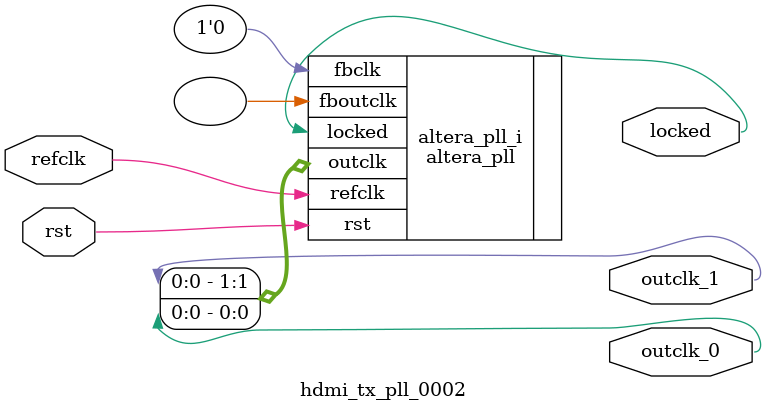
<source format=v>
`timescale 1ns/10ps
module  hdmi_tx_pll_0002(

	// interface 'refclk'
	input wire refclk,

	// interface 'reset'
	input wire rst,

	// interface 'outclk0'
	output wire outclk_0,

	// interface 'outclk1'
	output wire outclk_1,

	// interface 'locked'
	output wire locked
);

	altera_pll #(
		.fractional_vco_multiplier("true"),
		.reference_clock_frequency("50.0 MHz"),
		.operation_mode("normal"),
		.number_of_clocks(2),
		.output_clock_frequency0("148.500000 MHz"),
		.phase_shift0("0 ps"),
		.duty_cycle0(50),
		.output_clock_frequency1("297.000000 MHz"),
		.phase_shift1("0 ps"),
		.duty_cycle1(50),
		.output_clock_frequency2("0 MHz"),
		.phase_shift2("0 ps"),
		.duty_cycle2(50),
		.output_clock_frequency3("0 MHz"),
		.phase_shift3("0 ps"),
		.duty_cycle3(50),
		.output_clock_frequency4("0 MHz"),
		.phase_shift4("0 ps"),
		.duty_cycle4(50),
		.output_clock_frequency5("0 MHz"),
		.phase_shift5("0 ps"),
		.duty_cycle5(50),
		.output_clock_frequency6("0 MHz"),
		.phase_shift6("0 ps"),
		.duty_cycle6(50),
		.output_clock_frequency7("0 MHz"),
		.phase_shift7("0 ps"),
		.duty_cycle7(50),
		.output_clock_frequency8("0 MHz"),
		.phase_shift8("0 ps"),
		.duty_cycle8(50),
		.output_clock_frequency9("0 MHz"),
		.phase_shift9("0 ps"),
		.duty_cycle9(50),
		.output_clock_frequency10("0 MHz"),
		.phase_shift10("0 ps"),
		.duty_cycle10(50),
		.output_clock_frequency11("0 MHz"),
		.phase_shift11("0 ps"),
		.duty_cycle11(50),
		.output_clock_frequency12("0 MHz"),
		.phase_shift12("0 ps"),
		.duty_cycle12(50),
		.output_clock_frequency13("0 MHz"),
		.phase_shift13("0 ps"),
		.duty_cycle13(50),
		.output_clock_frequency14("0 MHz"),
		.phase_shift14("0 ps"),
		.duty_cycle14(50),
		.output_clock_frequency15("0 MHz"),
		.phase_shift15("0 ps"),
		.duty_cycle15(50),
		.output_clock_frequency16("0 MHz"),
		.phase_shift16("0 ps"),
		.duty_cycle16(50),
		.output_clock_frequency17("0 MHz"),
		.phase_shift17("0 ps"),
		.duty_cycle17(50),
		.pll_type("General"),
		.pll_subtype("General")
	) altera_pll_i (
		.rst	(rst),
		.outclk	({outclk_1, outclk_0}),
		.locked	(locked),
		.fboutclk	( ),
		.fbclk	(1'b0),
		.refclk	(refclk)
	);
endmodule


</source>
